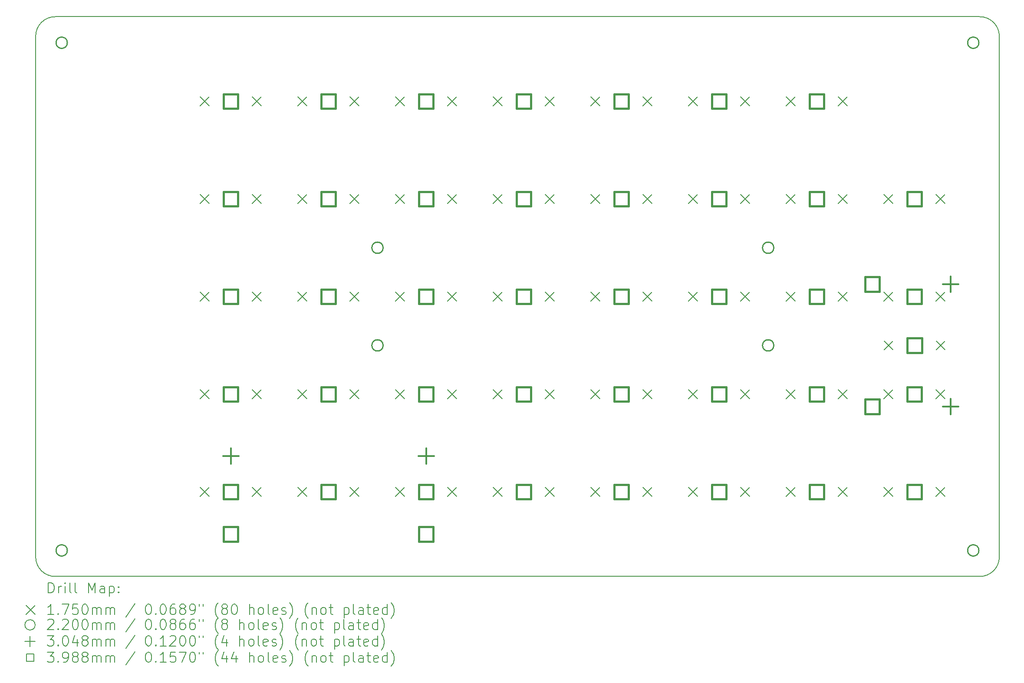
<source format=gbr>
%FSLAX45Y45*%
G04 Gerber Fmt 4.5, Leading zero omitted, Abs format (unit mm)*
G04 Created by KiCad (PCBNEW (6.0.1)) date 2022-04-05 18:46:55*
%MOMM*%
%LPD*%
G01*
G04 APERTURE LIST*
%TA.AperFunction,Profile*%
%ADD10C,0.200000*%
%TD*%
%ADD11C,0.200000*%
%ADD12C,0.175000*%
%ADD13C,0.220000*%
%ADD14C,0.304800*%
%ADD15C,0.398780*%
G04 APERTURE END LIST*
D10*
X26479332Y-4127668D02*
G75*
G03*
X26098332Y-3746668I-381000J0D01*
G01*
X26098332Y-14668332D02*
G75*
G03*
X26479332Y-14287332I0J381000D01*
G01*
X8064668Y-3746668D02*
X26098332Y-3746668D01*
X7683668Y-14287332D02*
X7683668Y-4127668D01*
X26098332Y-14668332D02*
X8064668Y-14668332D01*
X8064668Y-3746668D02*
G75*
G03*
X7683668Y-4127668I0J-381000D01*
G01*
X7683668Y-14287332D02*
G75*
G03*
X8064668Y-14668332I381000J0D01*
G01*
X26479332Y-4127668D02*
X26479332Y-14287332D01*
D11*
D12*
X10895230Y-5310800D02*
X11070230Y-5485800D01*
X11070230Y-5310800D02*
X10895230Y-5485800D01*
X10895230Y-7215800D02*
X11070230Y-7390800D01*
X11070230Y-7215800D02*
X10895230Y-7390800D01*
X10895230Y-9120800D02*
X11070230Y-9295800D01*
X11070230Y-9120800D02*
X10895230Y-9295800D01*
X10895230Y-11025800D02*
X11070230Y-11200800D01*
X11070230Y-11025800D02*
X10895230Y-11200800D01*
X10895230Y-12930800D02*
X11070230Y-13105800D01*
X11070230Y-12930800D02*
X10895230Y-13105800D01*
X11911230Y-5310800D02*
X12086230Y-5485800D01*
X12086230Y-5310800D02*
X11911230Y-5485800D01*
X11911230Y-7215800D02*
X12086230Y-7390800D01*
X12086230Y-7215800D02*
X11911230Y-7390800D01*
X11911230Y-9120800D02*
X12086230Y-9295800D01*
X12086230Y-9120800D02*
X11911230Y-9295800D01*
X11911230Y-11025800D02*
X12086230Y-11200800D01*
X12086230Y-11025800D02*
X11911230Y-11200800D01*
X11911230Y-12930800D02*
X12086230Y-13105800D01*
X12086230Y-12930800D02*
X11911230Y-13105800D01*
X12800230Y-5310800D02*
X12975230Y-5485800D01*
X12975230Y-5310800D02*
X12800230Y-5485800D01*
X12800230Y-7215800D02*
X12975230Y-7390800D01*
X12975230Y-7215800D02*
X12800230Y-7390800D01*
X12800230Y-9120800D02*
X12975230Y-9295800D01*
X12975230Y-9120800D02*
X12800230Y-9295800D01*
X12800230Y-11025800D02*
X12975230Y-11200800D01*
X12975230Y-11025800D02*
X12800230Y-11200800D01*
X12800230Y-12930800D02*
X12975230Y-13105800D01*
X12975230Y-12930800D02*
X12800230Y-13105800D01*
X13816230Y-5310800D02*
X13991230Y-5485800D01*
X13991230Y-5310800D02*
X13816230Y-5485800D01*
X13816230Y-7215800D02*
X13991230Y-7390800D01*
X13991230Y-7215800D02*
X13816230Y-7390800D01*
X13816230Y-9120800D02*
X13991230Y-9295800D01*
X13991230Y-9120800D02*
X13816230Y-9295800D01*
X13816230Y-11025800D02*
X13991230Y-11200800D01*
X13991230Y-11025800D02*
X13816230Y-11200800D01*
X13816230Y-12930800D02*
X13991230Y-13105800D01*
X13991230Y-12930800D02*
X13816230Y-13105800D01*
X14705230Y-5310800D02*
X14880230Y-5485800D01*
X14880230Y-5310800D02*
X14705230Y-5485800D01*
X14705230Y-7215800D02*
X14880230Y-7390800D01*
X14880230Y-7215800D02*
X14705230Y-7390800D01*
X14705230Y-9120800D02*
X14880230Y-9295800D01*
X14880230Y-9120800D02*
X14705230Y-9295800D01*
X14705230Y-11025800D02*
X14880230Y-11200800D01*
X14880230Y-11025800D02*
X14705230Y-11200800D01*
X14705230Y-12930800D02*
X14880230Y-13105800D01*
X14880230Y-12930800D02*
X14705230Y-13105800D01*
X15721230Y-5310800D02*
X15896230Y-5485800D01*
X15896230Y-5310800D02*
X15721230Y-5485800D01*
X15721230Y-7215800D02*
X15896230Y-7390800D01*
X15896230Y-7215800D02*
X15721230Y-7390800D01*
X15721230Y-9120800D02*
X15896230Y-9295800D01*
X15896230Y-9120800D02*
X15721230Y-9295800D01*
X15721230Y-11025800D02*
X15896230Y-11200800D01*
X15896230Y-11025800D02*
X15721230Y-11200800D01*
X15721230Y-12930800D02*
X15896230Y-13105800D01*
X15896230Y-12930800D02*
X15721230Y-13105800D01*
X16610230Y-5310800D02*
X16785230Y-5485800D01*
X16785230Y-5310800D02*
X16610230Y-5485800D01*
X16610230Y-7215800D02*
X16785230Y-7390800D01*
X16785230Y-7215800D02*
X16610230Y-7390800D01*
X16610230Y-9120800D02*
X16785230Y-9295800D01*
X16785230Y-9120800D02*
X16610230Y-9295800D01*
X16610230Y-11025800D02*
X16785230Y-11200800D01*
X16785230Y-11025800D02*
X16610230Y-11200800D01*
X16610230Y-12930800D02*
X16785230Y-13105800D01*
X16785230Y-12930800D02*
X16610230Y-13105800D01*
X17626230Y-5310800D02*
X17801230Y-5485800D01*
X17801230Y-5310800D02*
X17626230Y-5485800D01*
X17626230Y-7215800D02*
X17801230Y-7390800D01*
X17801230Y-7215800D02*
X17626230Y-7390800D01*
X17626230Y-9120800D02*
X17801230Y-9295800D01*
X17801230Y-9120800D02*
X17626230Y-9295800D01*
X17626230Y-11025800D02*
X17801230Y-11200800D01*
X17801230Y-11025800D02*
X17626230Y-11200800D01*
X17626230Y-12930800D02*
X17801230Y-13105800D01*
X17801230Y-12930800D02*
X17626230Y-13105800D01*
X18515230Y-5310800D02*
X18690230Y-5485800D01*
X18690230Y-5310800D02*
X18515230Y-5485800D01*
X18515230Y-7215800D02*
X18690230Y-7390800D01*
X18690230Y-7215800D02*
X18515230Y-7390800D01*
X18515230Y-9120800D02*
X18690230Y-9295800D01*
X18690230Y-9120800D02*
X18515230Y-9295800D01*
X18515230Y-11025800D02*
X18690230Y-11200800D01*
X18690230Y-11025800D02*
X18515230Y-11200800D01*
X18515230Y-12930800D02*
X18690230Y-13105800D01*
X18690230Y-12930800D02*
X18515230Y-13105800D01*
X19531230Y-5310800D02*
X19706230Y-5485800D01*
X19706230Y-5310800D02*
X19531230Y-5485800D01*
X19531230Y-7215800D02*
X19706230Y-7390800D01*
X19706230Y-7215800D02*
X19531230Y-7390800D01*
X19531230Y-9120800D02*
X19706230Y-9295800D01*
X19706230Y-9120800D02*
X19531230Y-9295800D01*
X19531230Y-11025800D02*
X19706230Y-11200800D01*
X19706230Y-11025800D02*
X19531230Y-11200800D01*
X19531230Y-12930800D02*
X19706230Y-13105800D01*
X19706230Y-12930800D02*
X19531230Y-13105800D01*
X20420230Y-5310800D02*
X20595230Y-5485800D01*
X20595230Y-5310800D02*
X20420230Y-5485800D01*
X20420230Y-7215800D02*
X20595230Y-7390800D01*
X20595230Y-7215800D02*
X20420230Y-7390800D01*
X20420230Y-9120800D02*
X20595230Y-9295800D01*
X20595230Y-9120800D02*
X20420230Y-9295800D01*
X20420230Y-11025800D02*
X20595230Y-11200800D01*
X20595230Y-11025800D02*
X20420230Y-11200800D01*
X20420230Y-12930800D02*
X20595230Y-13105800D01*
X20595230Y-12930800D02*
X20420230Y-13105800D01*
X21436230Y-5310800D02*
X21611230Y-5485800D01*
X21611230Y-5310800D02*
X21436230Y-5485800D01*
X21436230Y-7215800D02*
X21611230Y-7390800D01*
X21611230Y-7215800D02*
X21436230Y-7390800D01*
X21436230Y-9120800D02*
X21611230Y-9295800D01*
X21611230Y-9120800D02*
X21436230Y-9295800D01*
X21436230Y-11025800D02*
X21611230Y-11200800D01*
X21611230Y-11025800D02*
X21436230Y-11200800D01*
X21436230Y-12930800D02*
X21611230Y-13105800D01*
X21611230Y-12930800D02*
X21436230Y-13105800D01*
X22325230Y-5310800D02*
X22500230Y-5485800D01*
X22500230Y-5310800D02*
X22325230Y-5485800D01*
X22325230Y-7215800D02*
X22500230Y-7390800D01*
X22500230Y-7215800D02*
X22325230Y-7390800D01*
X22325230Y-9120800D02*
X22500230Y-9295800D01*
X22500230Y-9120800D02*
X22325230Y-9295800D01*
X22325230Y-11025800D02*
X22500230Y-11200800D01*
X22500230Y-11025800D02*
X22325230Y-11200800D01*
X22325230Y-12930800D02*
X22500230Y-13105800D01*
X22500230Y-12930800D02*
X22325230Y-13105800D01*
X23341230Y-5310800D02*
X23516230Y-5485800D01*
X23516230Y-5310800D02*
X23341230Y-5485800D01*
X23341230Y-7215800D02*
X23516230Y-7390800D01*
X23516230Y-7215800D02*
X23341230Y-7390800D01*
X23341230Y-9120800D02*
X23516230Y-9295800D01*
X23516230Y-9120800D02*
X23341230Y-9295800D01*
X23341230Y-11025800D02*
X23516230Y-11200800D01*
X23516230Y-11025800D02*
X23341230Y-11200800D01*
X23341230Y-12930800D02*
X23516230Y-13105800D01*
X23516230Y-12930800D02*
X23341230Y-13105800D01*
X24225730Y-9120800D02*
X24400730Y-9295800D01*
X24400730Y-9120800D02*
X24225730Y-9295800D01*
X24228730Y-11025800D02*
X24403730Y-11200800D01*
X24403730Y-11025800D02*
X24228730Y-11200800D01*
X24230230Y-7215800D02*
X24405230Y-7390800D01*
X24405230Y-7215800D02*
X24230230Y-7390800D01*
X24230230Y-12930800D02*
X24405230Y-13105800D01*
X24405230Y-12930800D02*
X24230230Y-13105800D01*
X24231730Y-10072800D02*
X24406730Y-10247800D01*
X24406730Y-10072800D02*
X24231730Y-10247800D01*
X25241730Y-9120800D02*
X25416730Y-9295800D01*
X25416730Y-9120800D02*
X25241730Y-9295800D01*
X25244730Y-11025800D02*
X25419730Y-11200800D01*
X25419730Y-11025800D02*
X25244730Y-11200800D01*
X25246230Y-7215800D02*
X25421230Y-7390800D01*
X25421230Y-7215800D02*
X25246230Y-7390800D01*
X25246230Y-12930800D02*
X25421230Y-13105800D01*
X25421230Y-12930800D02*
X25246230Y-13105800D01*
X25247730Y-10072800D02*
X25422730Y-10247800D01*
X25422730Y-10072800D02*
X25247730Y-10247800D01*
D13*
X8301500Y-4254500D02*
G75*
G03*
X8301500Y-4254500I-110000J0D01*
G01*
X8301500Y-14160500D02*
G75*
G03*
X8301500Y-14160500I-110000J0D01*
G01*
X14461000Y-8255000D02*
G75*
G03*
X14461000Y-8255000I-110000J0D01*
G01*
X14461000Y-10160000D02*
G75*
G03*
X14461000Y-10160000I-110000J0D01*
G01*
X22081000Y-8255000D02*
G75*
G03*
X22081000Y-8255000I-110000J0D01*
G01*
X22081000Y-10160000D02*
G75*
G03*
X22081000Y-10160000I-110000J0D01*
G01*
X26081500Y-4254500D02*
G75*
G03*
X26081500Y-4254500I-110000J0D01*
G01*
X26081500Y-14160500D02*
G75*
G03*
X26081500Y-14160500I-110000J0D01*
G01*
D14*
X11490730Y-12167400D02*
X11490730Y-12472200D01*
X11338330Y-12319800D02*
X11643130Y-12319800D01*
X15300730Y-12167400D02*
X15300730Y-12472200D01*
X15148330Y-12319800D02*
X15453130Y-12319800D01*
X25525730Y-8814100D02*
X25525730Y-9118900D01*
X25373330Y-8966500D02*
X25678130Y-8966500D01*
X25525730Y-11201700D02*
X25525730Y-11506500D01*
X25373330Y-11354100D02*
X25678130Y-11354100D01*
D15*
X11631721Y-5539291D02*
X11631721Y-5257309D01*
X11349739Y-5257309D01*
X11349739Y-5539291D01*
X11631721Y-5539291D01*
X11631721Y-7444291D02*
X11631721Y-7162309D01*
X11349739Y-7162309D01*
X11349739Y-7444291D01*
X11631721Y-7444291D01*
X11631721Y-9349291D02*
X11631721Y-9067309D01*
X11349739Y-9067309D01*
X11349739Y-9349291D01*
X11631721Y-9349291D01*
X11631721Y-11254291D02*
X11631721Y-10972309D01*
X11349739Y-10972309D01*
X11349739Y-11254291D01*
X11631721Y-11254291D01*
X11631721Y-13159291D02*
X11631721Y-12877309D01*
X11349739Y-12877309D01*
X11349739Y-13159291D01*
X11631721Y-13159291D01*
X11631721Y-13984791D02*
X11631721Y-13702809D01*
X11349739Y-13702809D01*
X11349739Y-13984791D01*
X11631721Y-13984791D01*
X13536721Y-5539291D02*
X13536721Y-5257309D01*
X13254739Y-5257309D01*
X13254739Y-5539291D01*
X13536721Y-5539291D01*
X13536721Y-7444291D02*
X13536721Y-7162309D01*
X13254739Y-7162309D01*
X13254739Y-7444291D01*
X13536721Y-7444291D01*
X13536721Y-9349291D02*
X13536721Y-9067309D01*
X13254739Y-9067309D01*
X13254739Y-9349291D01*
X13536721Y-9349291D01*
X13536721Y-11254291D02*
X13536721Y-10972309D01*
X13254739Y-10972309D01*
X13254739Y-11254291D01*
X13536721Y-11254291D01*
X13536721Y-13159291D02*
X13536721Y-12877309D01*
X13254739Y-12877309D01*
X13254739Y-13159291D01*
X13536721Y-13159291D01*
X15441721Y-5539291D02*
X15441721Y-5257309D01*
X15159739Y-5257309D01*
X15159739Y-5539291D01*
X15441721Y-5539291D01*
X15441721Y-7444291D02*
X15441721Y-7162309D01*
X15159739Y-7162309D01*
X15159739Y-7444291D01*
X15441721Y-7444291D01*
X15441721Y-9349291D02*
X15441721Y-9067309D01*
X15159739Y-9067309D01*
X15159739Y-9349291D01*
X15441721Y-9349291D01*
X15441721Y-11254291D02*
X15441721Y-10972309D01*
X15159739Y-10972309D01*
X15159739Y-11254291D01*
X15441721Y-11254291D01*
X15441721Y-13159291D02*
X15441721Y-12877309D01*
X15159739Y-12877309D01*
X15159739Y-13159291D01*
X15441721Y-13159291D01*
X15441721Y-13984791D02*
X15441721Y-13702809D01*
X15159739Y-13702809D01*
X15159739Y-13984791D01*
X15441721Y-13984791D01*
X17346721Y-5539291D02*
X17346721Y-5257309D01*
X17064739Y-5257309D01*
X17064739Y-5539291D01*
X17346721Y-5539291D01*
X17346721Y-7444291D02*
X17346721Y-7162309D01*
X17064739Y-7162309D01*
X17064739Y-7444291D01*
X17346721Y-7444291D01*
X17346721Y-9349291D02*
X17346721Y-9067309D01*
X17064739Y-9067309D01*
X17064739Y-9349291D01*
X17346721Y-9349291D01*
X17346721Y-11254291D02*
X17346721Y-10972309D01*
X17064739Y-10972309D01*
X17064739Y-11254291D01*
X17346721Y-11254291D01*
X17346721Y-13159291D02*
X17346721Y-12877309D01*
X17064739Y-12877309D01*
X17064739Y-13159291D01*
X17346721Y-13159291D01*
X19251721Y-5539291D02*
X19251721Y-5257309D01*
X18969739Y-5257309D01*
X18969739Y-5539291D01*
X19251721Y-5539291D01*
X19251721Y-7444291D02*
X19251721Y-7162309D01*
X18969739Y-7162309D01*
X18969739Y-7444291D01*
X19251721Y-7444291D01*
X19251721Y-9349291D02*
X19251721Y-9067309D01*
X18969739Y-9067309D01*
X18969739Y-9349291D01*
X19251721Y-9349291D01*
X19251721Y-11254291D02*
X19251721Y-10972309D01*
X18969739Y-10972309D01*
X18969739Y-11254291D01*
X19251721Y-11254291D01*
X19251721Y-13159291D02*
X19251721Y-12877309D01*
X18969739Y-12877309D01*
X18969739Y-13159291D01*
X19251721Y-13159291D01*
X21156721Y-5539291D02*
X21156721Y-5257309D01*
X20874739Y-5257309D01*
X20874739Y-5539291D01*
X21156721Y-5539291D01*
X21156721Y-7444291D02*
X21156721Y-7162309D01*
X20874739Y-7162309D01*
X20874739Y-7444291D01*
X21156721Y-7444291D01*
X21156721Y-9349291D02*
X21156721Y-9067309D01*
X20874739Y-9067309D01*
X20874739Y-9349291D01*
X21156721Y-9349291D01*
X21156721Y-11254291D02*
X21156721Y-10972309D01*
X20874739Y-10972309D01*
X20874739Y-11254291D01*
X21156721Y-11254291D01*
X21156721Y-13159291D02*
X21156721Y-12877309D01*
X20874739Y-12877309D01*
X20874739Y-13159291D01*
X21156721Y-13159291D01*
X23061721Y-5539291D02*
X23061721Y-5257309D01*
X22779739Y-5257309D01*
X22779739Y-5539291D01*
X23061721Y-5539291D01*
X23061721Y-7444291D02*
X23061721Y-7162309D01*
X22779739Y-7162309D01*
X22779739Y-7444291D01*
X23061721Y-7444291D01*
X23061721Y-9349291D02*
X23061721Y-9067309D01*
X22779739Y-9067309D01*
X22779739Y-9349291D01*
X23061721Y-9349291D01*
X23061721Y-11254291D02*
X23061721Y-10972309D01*
X22779739Y-10972309D01*
X22779739Y-11254291D01*
X23061721Y-11254291D01*
X23061721Y-13159291D02*
X23061721Y-12877309D01*
X22779739Y-12877309D01*
X22779739Y-13159291D01*
X23061721Y-13159291D01*
X24142721Y-9107491D02*
X24142721Y-8825509D01*
X23860739Y-8825509D01*
X23860739Y-9107491D01*
X24142721Y-9107491D01*
X24142721Y-11495091D02*
X24142721Y-11213109D01*
X23860739Y-11213109D01*
X23860739Y-11495091D01*
X24142721Y-11495091D01*
X24962221Y-9349291D02*
X24962221Y-9067309D01*
X24680239Y-9067309D01*
X24680239Y-9349291D01*
X24962221Y-9349291D01*
X24965221Y-11254291D02*
X24965221Y-10972309D01*
X24683239Y-10972309D01*
X24683239Y-11254291D01*
X24965221Y-11254291D01*
X24966721Y-7444291D02*
X24966721Y-7162309D01*
X24684739Y-7162309D01*
X24684739Y-7444291D01*
X24966721Y-7444291D01*
X24966721Y-13159291D02*
X24966721Y-12877309D01*
X24684739Y-12877309D01*
X24684739Y-13159291D01*
X24966721Y-13159291D01*
X24968221Y-10301291D02*
X24968221Y-10019309D01*
X24686239Y-10019309D01*
X24686239Y-10301291D01*
X24968221Y-10301291D01*
D11*
X7931287Y-14988808D02*
X7931287Y-14788808D01*
X7978906Y-14788808D01*
X8007477Y-14798332D01*
X8026525Y-14817380D01*
X8036049Y-14836427D01*
X8045572Y-14874523D01*
X8045572Y-14903094D01*
X8036049Y-14941189D01*
X8026525Y-14960237D01*
X8007477Y-14979285D01*
X7978906Y-14988808D01*
X7931287Y-14988808D01*
X8131287Y-14988808D02*
X8131287Y-14855475D01*
X8131287Y-14893570D02*
X8140810Y-14874523D01*
X8150334Y-14864999D01*
X8169382Y-14855475D01*
X8188430Y-14855475D01*
X8255096Y-14988808D02*
X8255096Y-14855475D01*
X8255096Y-14788808D02*
X8245572Y-14798332D01*
X8255096Y-14807856D01*
X8264620Y-14798332D01*
X8255096Y-14788808D01*
X8255096Y-14807856D01*
X8378906Y-14988808D02*
X8359858Y-14979285D01*
X8350334Y-14960237D01*
X8350334Y-14788808D01*
X8483668Y-14988808D02*
X8464620Y-14979285D01*
X8455096Y-14960237D01*
X8455096Y-14788808D01*
X8712239Y-14988808D02*
X8712239Y-14788808D01*
X8778906Y-14931666D01*
X8845572Y-14788808D01*
X8845572Y-14988808D01*
X9026525Y-14988808D02*
X9026525Y-14884046D01*
X9017001Y-14864999D01*
X8997953Y-14855475D01*
X8959858Y-14855475D01*
X8940811Y-14864999D01*
X9026525Y-14979285D02*
X9007477Y-14988808D01*
X8959858Y-14988808D01*
X8940811Y-14979285D01*
X8931287Y-14960237D01*
X8931287Y-14941189D01*
X8940811Y-14922142D01*
X8959858Y-14912618D01*
X9007477Y-14912618D01*
X9026525Y-14903094D01*
X9121763Y-14855475D02*
X9121763Y-15055475D01*
X9121763Y-14864999D02*
X9140811Y-14855475D01*
X9178906Y-14855475D01*
X9197953Y-14864999D01*
X9207477Y-14874523D01*
X9217001Y-14893570D01*
X9217001Y-14950713D01*
X9207477Y-14969761D01*
X9197953Y-14979285D01*
X9178906Y-14988808D01*
X9140811Y-14988808D01*
X9121763Y-14979285D01*
X9302715Y-14969761D02*
X9312239Y-14979285D01*
X9302715Y-14988808D01*
X9293192Y-14979285D01*
X9302715Y-14969761D01*
X9302715Y-14988808D01*
X9302715Y-14864999D02*
X9312239Y-14874523D01*
X9302715Y-14884046D01*
X9293192Y-14874523D01*
X9302715Y-14864999D01*
X9302715Y-14884046D01*
D12*
X7498668Y-15230832D02*
X7673668Y-15405832D01*
X7673668Y-15230832D02*
X7498668Y-15405832D01*
D11*
X8036049Y-15408808D02*
X7921763Y-15408808D01*
X7978906Y-15408808D02*
X7978906Y-15208808D01*
X7959858Y-15237380D01*
X7940810Y-15256427D01*
X7921763Y-15265951D01*
X8121763Y-15389761D02*
X8131287Y-15399285D01*
X8121763Y-15408808D01*
X8112239Y-15399285D01*
X8121763Y-15389761D01*
X8121763Y-15408808D01*
X8197953Y-15208808D02*
X8331287Y-15208808D01*
X8245572Y-15408808D01*
X8502715Y-15208808D02*
X8407477Y-15208808D01*
X8397953Y-15304046D01*
X8407477Y-15294523D01*
X8426525Y-15284999D01*
X8474144Y-15284999D01*
X8493192Y-15294523D01*
X8502715Y-15304046D01*
X8512239Y-15323094D01*
X8512239Y-15370713D01*
X8502715Y-15389761D01*
X8493192Y-15399285D01*
X8474144Y-15408808D01*
X8426525Y-15408808D01*
X8407477Y-15399285D01*
X8397953Y-15389761D01*
X8636049Y-15208808D02*
X8655096Y-15208808D01*
X8674144Y-15218332D01*
X8683668Y-15227856D01*
X8693192Y-15246904D01*
X8702715Y-15284999D01*
X8702715Y-15332618D01*
X8693192Y-15370713D01*
X8683668Y-15389761D01*
X8674144Y-15399285D01*
X8655096Y-15408808D01*
X8636049Y-15408808D01*
X8617001Y-15399285D01*
X8607477Y-15389761D01*
X8597953Y-15370713D01*
X8588430Y-15332618D01*
X8588430Y-15284999D01*
X8597953Y-15246904D01*
X8607477Y-15227856D01*
X8617001Y-15218332D01*
X8636049Y-15208808D01*
X8788430Y-15408808D02*
X8788430Y-15275475D01*
X8788430Y-15294523D02*
X8797953Y-15284999D01*
X8817001Y-15275475D01*
X8845572Y-15275475D01*
X8864620Y-15284999D01*
X8874144Y-15304046D01*
X8874144Y-15408808D01*
X8874144Y-15304046D02*
X8883668Y-15284999D01*
X8902715Y-15275475D01*
X8931287Y-15275475D01*
X8950334Y-15284999D01*
X8959858Y-15304046D01*
X8959858Y-15408808D01*
X9055096Y-15408808D02*
X9055096Y-15275475D01*
X9055096Y-15294523D02*
X9064620Y-15284999D01*
X9083668Y-15275475D01*
X9112239Y-15275475D01*
X9131287Y-15284999D01*
X9140811Y-15304046D01*
X9140811Y-15408808D01*
X9140811Y-15304046D02*
X9150334Y-15284999D01*
X9169382Y-15275475D01*
X9197953Y-15275475D01*
X9217001Y-15284999D01*
X9226525Y-15304046D01*
X9226525Y-15408808D01*
X9617001Y-15199285D02*
X9445572Y-15456427D01*
X9874144Y-15208808D02*
X9893192Y-15208808D01*
X9912239Y-15218332D01*
X9921763Y-15227856D01*
X9931287Y-15246904D01*
X9940811Y-15284999D01*
X9940811Y-15332618D01*
X9931287Y-15370713D01*
X9921763Y-15389761D01*
X9912239Y-15399285D01*
X9893192Y-15408808D01*
X9874144Y-15408808D01*
X9855096Y-15399285D01*
X9845572Y-15389761D01*
X9836049Y-15370713D01*
X9826525Y-15332618D01*
X9826525Y-15284999D01*
X9836049Y-15246904D01*
X9845572Y-15227856D01*
X9855096Y-15218332D01*
X9874144Y-15208808D01*
X10026525Y-15389761D02*
X10036049Y-15399285D01*
X10026525Y-15408808D01*
X10017001Y-15399285D01*
X10026525Y-15389761D01*
X10026525Y-15408808D01*
X10159858Y-15208808D02*
X10178906Y-15208808D01*
X10197953Y-15218332D01*
X10207477Y-15227856D01*
X10217001Y-15246904D01*
X10226525Y-15284999D01*
X10226525Y-15332618D01*
X10217001Y-15370713D01*
X10207477Y-15389761D01*
X10197953Y-15399285D01*
X10178906Y-15408808D01*
X10159858Y-15408808D01*
X10140811Y-15399285D01*
X10131287Y-15389761D01*
X10121763Y-15370713D01*
X10112239Y-15332618D01*
X10112239Y-15284999D01*
X10121763Y-15246904D01*
X10131287Y-15227856D01*
X10140811Y-15218332D01*
X10159858Y-15208808D01*
X10397953Y-15208808D02*
X10359858Y-15208808D01*
X10340811Y-15218332D01*
X10331287Y-15227856D01*
X10312239Y-15256427D01*
X10302715Y-15294523D01*
X10302715Y-15370713D01*
X10312239Y-15389761D01*
X10321763Y-15399285D01*
X10340811Y-15408808D01*
X10378906Y-15408808D01*
X10397953Y-15399285D01*
X10407477Y-15389761D01*
X10417001Y-15370713D01*
X10417001Y-15323094D01*
X10407477Y-15304046D01*
X10397953Y-15294523D01*
X10378906Y-15284999D01*
X10340811Y-15284999D01*
X10321763Y-15294523D01*
X10312239Y-15304046D01*
X10302715Y-15323094D01*
X10531287Y-15294523D02*
X10512239Y-15284999D01*
X10502715Y-15275475D01*
X10493192Y-15256427D01*
X10493192Y-15246904D01*
X10502715Y-15227856D01*
X10512239Y-15218332D01*
X10531287Y-15208808D01*
X10569382Y-15208808D01*
X10588430Y-15218332D01*
X10597953Y-15227856D01*
X10607477Y-15246904D01*
X10607477Y-15256427D01*
X10597953Y-15275475D01*
X10588430Y-15284999D01*
X10569382Y-15294523D01*
X10531287Y-15294523D01*
X10512239Y-15304046D01*
X10502715Y-15313570D01*
X10493192Y-15332618D01*
X10493192Y-15370713D01*
X10502715Y-15389761D01*
X10512239Y-15399285D01*
X10531287Y-15408808D01*
X10569382Y-15408808D01*
X10588430Y-15399285D01*
X10597953Y-15389761D01*
X10607477Y-15370713D01*
X10607477Y-15332618D01*
X10597953Y-15313570D01*
X10588430Y-15304046D01*
X10569382Y-15294523D01*
X10702715Y-15408808D02*
X10740811Y-15408808D01*
X10759858Y-15399285D01*
X10769382Y-15389761D01*
X10788430Y-15361189D01*
X10797953Y-15323094D01*
X10797953Y-15246904D01*
X10788430Y-15227856D01*
X10778906Y-15218332D01*
X10759858Y-15208808D01*
X10721763Y-15208808D01*
X10702715Y-15218332D01*
X10693192Y-15227856D01*
X10683668Y-15246904D01*
X10683668Y-15294523D01*
X10693192Y-15313570D01*
X10702715Y-15323094D01*
X10721763Y-15332618D01*
X10759858Y-15332618D01*
X10778906Y-15323094D01*
X10788430Y-15313570D01*
X10797953Y-15294523D01*
X10874144Y-15208808D02*
X10874144Y-15246904D01*
X10950334Y-15208808D02*
X10950334Y-15246904D01*
X11245572Y-15484999D02*
X11236049Y-15475475D01*
X11217001Y-15446904D01*
X11207477Y-15427856D01*
X11197953Y-15399285D01*
X11188430Y-15351666D01*
X11188430Y-15313570D01*
X11197953Y-15265951D01*
X11207477Y-15237380D01*
X11217001Y-15218332D01*
X11236049Y-15189761D01*
X11245572Y-15180237D01*
X11350334Y-15294523D02*
X11331287Y-15284999D01*
X11321763Y-15275475D01*
X11312239Y-15256427D01*
X11312239Y-15246904D01*
X11321763Y-15227856D01*
X11331287Y-15218332D01*
X11350334Y-15208808D01*
X11388430Y-15208808D01*
X11407477Y-15218332D01*
X11417001Y-15227856D01*
X11426525Y-15246904D01*
X11426525Y-15256427D01*
X11417001Y-15275475D01*
X11407477Y-15284999D01*
X11388430Y-15294523D01*
X11350334Y-15294523D01*
X11331287Y-15304046D01*
X11321763Y-15313570D01*
X11312239Y-15332618D01*
X11312239Y-15370713D01*
X11321763Y-15389761D01*
X11331287Y-15399285D01*
X11350334Y-15408808D01*
X11388430Y-15408808D01*
X11407477Y-15399285D01*
X11417001Y-15389761D01*
X11426525Y-15370713D01*
X11426525Y-15332618D01*
X11417001Y-15313570D01*
X11407477Y-15304046D01*
X11388430Y-15294523D01*
X11550334Y-15208808D02*
X11569382Y-15208808D01*
X11588430Y-15218332D01*
X11597953Y-15227856D01*
X11607477Y-15246904D01*
X11617001Y-15284999D01*
X11617001Y-15332618D01*
X11607477Y-15370713D01*
X11597953Y-15389761D01*
X11588430Y-15399285D01*
X11569382Y-15408808D01*
X11550334Y-15408808D01*
X11531287Y-15399285D01*
X11521763Y-15389761D01*
X11512239Y-15370713D01*
X11502715Y-15332618D01*
X11502715Y-15284999D01*
X11512239Y-15246904D01*
X11521763Y-15227856D01*
X11531287Y-15218332D01*
X11550334Y-15208808D01*
X11855096Y-15408808D02*
X11855096Y-15208808D01*
X11940810Y-15408808D02*
X11940810Y-15304046D01*
X11931287Y-15284999D01*
X11912239Y-15275475D01*
X11883668Y-15275475D01*
X11864620Y-15284999D01*
X11855096Y-15294523D01*
X12064620Y-15408808D02*
X12045572Y-15399285D01*
X12036049Y-15389761D01*
X12026525Y-15370713D01*
X12026525Y-15313570D01*
X12036049Y-15294523D01*
X12045572Y-15284999D01*
X12064620Y-15275475D01*
X12093191Y-15275475D01*
X12112239Y-15284999D01*
X12121763Y-15294523D01*
X12131287Y-15313570D01*
X12131287Y-15370713D01*
X12121763Y-15389761D01*
X12112239Y-15399285D01*
X12093191Y-15408808D01*
X12064620Y-15408808D01*
X12245572Y-15408808D02*
X12226525Y-15399285D01*
X12217001Y-15380237D01*
X12217001Y-15208808D01*
X12397953Y-15399285D02*
X12378906Y-15408808D01*
X12340810Y-15408808D01*
X12321763Y-15399285D01*
X12312239Y-15380237D01*
X12312239Y-15304046D01*
X12321763Y-15284999D01*
X12340810Y-15275475D01*
X12378906Y-15275475D01*
X12397953Y-15284999D01*
X12407477Y-15304046D01*
X12407477Y-15323094D01*
X12312239Y-15342142D01*
X12483668Y-15399285D02*
X12502715Y-15408808D01*
X12540810Y-15408808D01*
X12559858Y-15399285D01*
X12569382Y-15380237D01*
X12569382Y-15370713D01*
X12559858Y-15351666D01*
X12540810Y-15342142D01*
X12512239Y-15342142D01*
X12493191Y-15332618D01*
X12483668Y-15313570D01*
X12483668Y-15304046D01*
X12493191Y-15284999D01*
X12512239Y-15275475D01*
X12540810Y-15275475D01*
X12559858Y-15284999D01*
X12636049Y-15484999D02*
X12645572Y-15475475D01*
X12664620Y-15446904D01*
X12674144Y-15427856D01*
X12683668Y-15399285D01*
X12693191Y-15351666D01*
X12693191Y-15313570D01*
X12683668Y-15265951D01*
X12674144Y-15237380D01*
X12664620Y-15218332D01*
X12645572Y-15189761D01*
X12636049Y-15180237D01*
X12997953Y-15484999D02*
X12988430Y-15475475D01*
X12969382Y-15446904D01*
X12959858Y-15427856D01*
X12950334Y-15399285D01*
X12940810Y-15351666D01*
X12940810Y-15313570D01*
X12950334Y-15265951D01*
X12959858Y-15237380D01*
X12969382Y-15218332D01*
X12988430Y-15189761D01*
X12997953Y-15180237D01*
X13074144Y-15275475D02*
X13074144Y-15408808D01*
X13074144Y-15294523D02*
X13083668Y-15284999D01*
X13102715Y-15275475D01*
X13131287Y-15275475D01*
X13150334Y-15284999D01*
X13159858Y-15304046D01*
X13159858Y-15408808D01*
X13283668Y-15408808D02*
X13264620Y-15399285D01*
X13255096Y-15389761D01*
X13245572Y-15370713D01*
X13245572Y-15313570D01*
X13255096Y-15294523D01*
X13264620Y-15284999D01*
X13283668Y-15275475D01*
X13312239Y-15275475D01*
X13331287Y-15284999D01*
X13340810Y-15294523D01*
X13350334Y-15313570D01*
X13350334Y-15370713D01*
X13340810Y-15389761D01*
X13331287Y-15399285D01*
X13312239Y-15408808D01*
X13283668Y-15408808D01*
X13407477Y-15275475D02*
X13483668Y-15275475D01*
X13436049Y-15208808D02*
X13436049Y-15380237D01*
X13445572Y-15399285D01*
X13464620Y-15408808D01*
X13483668Y-15408808D01*
X13702715Y-15275475D02*
X13702715Y-15475475D01*
X13702715Y-15284999D02*
X13721763Y-15275475D01*
X13759858Y-15275475D01*
X13778906Y-15284999D01*
X13788430Y-15294523D01*
X13797953Y-15313570D01*
X13797953Y-15370713D01*
X13788430Y-15389761D01*
X13778906Y-15399285D01*
X13759858Y-15408808D01*
X13721763Y-15408808D01*
X13702715Y-15399285D01*
X13912239Y-15408808D02*
X13893191Y-15399285D01*
X13883668Y-15380237D01*
X13883668Y-15208808D01*
X14074144Y-15408808D02*
X14074144Y-15304046D01*
X14064620Y-15284999D01*
X14045572Y-15275475D01*
X14007477Y-15275475D01*
X13988430Y-15284999D01*
X14074144Y-15399285D02*
X14055096Y-15408808D01*
X14007477Y-15408808D01*
X13988430Y-15399285D01*
X13978906Y-15380237D01*
X13978906Y-15361189D01*
X13988430Y-15342142D01*
X14007477Y-15332618D01*
X14055096Y-15332618D01*
X14074144Y-15323094D01*
X14140810Y-15275475D02*
X14217001Y-15275475D01*
X14169382Y-15208808D02*
X14169382Y-15380237D01*
X14178906Y-15399285D01*
X14197953Y-15408808D01*
X14217001Y-15408808D01*
X14359858Y-15399285D02*
X14340810Y-15408808D01*
X14302715Y-15408808D01*
X14283668Y-15399285D01*
X14274144Y-15380237D01*
X14274144Y-15304046D01*
X14283668Y-15284999D01*
X14302715Y-15275475D01*
X14340810Y-15275475D01*
X14359858Y-15284999D01*
X14369382Y-15304046D01*
X14369382Y-15323094D01*
X14274144Y-15342142D01*
X14540810Y-15408808D02*
X14540810Y-15208808D01*
X14540810Y-15399285D02*
X14521763Y-15408808D01*
X14483668Y-15408808D01*
X14464620Y-15399285D01*
X14455096Y-15389761D01*
X14445572Y-15370713D01*
X14445572Y-15313570D01*
X14455096Y-15294523D01*
X14464620Y-15284999D01*
X14483668Y-15275475D01*
X14521763Y-15275475D01*
X14540810Y-15284999D01*
X14617001Y-15484999D02*
X14626525Y-15475475D01*
X14645572Y-15446904D01*
X14655096Y-15427856D01*
X14664620Y-15399285D01*
X14674144Y-15351666D01*
X14674144Y-15313570D01*
X14664620Y-15265951D01*
X14655096Y-15237380D01*
X14645572Y-15218332D01*
X14626525Y-15189761D01*
X14617001Y-15180237D01*
X7673668Y-15613332D02*
G75*
G03*
X7673668Y-15613332I-100000J0D01*
G01*
X7921763Y-15522856D02*
X7931287Y-15513332D01*
X7950334Y-15503808D01*
X7997953Y-15503808D01*
X8017001Y-15513332D01*
X8026525Y-15522856D01*
X8036049Y-15541904D01*
X8036049Y-15560951D01*
X8026525Y-15589523D01*
X7912239Y-15703808D01*
X8036049Y-15703808D01*
X8121763Y-15684761D02*
X8131287Y-15694285D01*
X8121763Y-15703808D01*
X8112239Y-15694285D01*
X8121763Y-15684761D01*
X8121763Y-15703808D01*
X8207477Y-15522856D02*
X8217001Y-15513332D01*
X8236049Y-15503808D01*
X8283668Y-15503808D01*
X8302715Y-15513332D01*
X8312239Y-15522856D01*
X8321763Y-15541904D01*
X8321763Y-15560951D01*
X8312239Y-15589523D01*
X8197953Y-15703808D01*
X8321763Y-15703808D01*
X8445572Y-15503808D02*
X8464620Y-15503808D01*
X8483668Y-15513332D01*
X8493192Y-15522856D01*
X8502715Y-15541904D01*
X8512239Y-15579999D01*
X8512239Y-15627618D01*
X8502715Y-15665713D01*
X8493192Y-15684761D01*
X8483668Y-15694285D01*
X8464620Y-15703808D01*
X8445572Y-15703808D01*
X8426525Y-15694285D01*
X8417001Y-15684761D01*
X8407477Y-15665713D01*
X8397953Y-15627618D01*
X8397953Y-15579999D01*
X8407477Y-15541904D01*
X8417001Y-15522856D01*
X8426525Y-15513332D01*
X8445572Y-15503808D01*
X8636049Y-15503808D02*
X8655096Y-15503808D01*
X8674144Y-15513332D01*
X8683668Y-15522856D01*
X8693192Y-15541904D01*
X8702715Y-15579999D01*
X8702715Y-15627618D01*
X8693192Y-15665713D01*
X8683668Y-15684761D01*
X8674144Y-15694285D01*
X8655096Y-15703808D01*
X8636049Y-15703808D01*
X8617001Y-15694285D01*
X8607477Y-15684761D01*
X8597953Y-15665713D01*
X8588430Y-15627618D01*
X8588430Y-15579999D01*
X8597953Y-15541904D01*
X8607477Y-15522856D01*
X8617001Y-15513332D01*
X8636049Y-15503808D01*
X8788430Y-15703808D02*
X8788430Y-15570475D01*
X8788430Y-15589523D02*
X8797953Y-15579999D01*
X8817001Y-15570475D01*
X8845572Y-15570475D01*
X8864620Y-15579999D01*
X8874144Y-15599046D01*
X8874144Y-15703808D01*
X8874144Y-15599046D02*
X8883668Y-15579999D01*
X8902715Y-15570475D01*
X8931287Y-15570475D01*
X8950334Y-15579999D01*
X8959858Y-15599046D01*
X8959858Y-15703808D01*
X9055096Y-15703808D02*
X9055096Y-15570475D01*
X9055096Y-15589523D02*
X9064620Y-15579999D01*
X9083668Y-15570475D01*
X9112239Y-15570475D01*
X9131287Y-15579999D01*
X9140811Y-15599046D01*
X9140811Y-15703808D01*
X9140811Y-15599046D02*
X9150334Y-15579999D01*
X9169382Y-15570475D01*
X9197953Y-15570475D01*
X9217001Y-15579999D01*
X9226525Y-15599046D01*
X9226525Y-15703808D01*
X9617001Y-15494285D02*
X9445572Y-15751427D01*
X9874144Y-15503808D02*
X9893192Y-15503808D01*
X9912239Y-15513332D01*
X9921763Y-15522856D01*
X9931287Y-15541904D01*
X9940811Y-15579999D01*
X9940811Y-15627618D01*
X9931287Y-15665713D01*
X9921763Y-15684761D01*
X9912239Y-15694285D01*
X9893192Y-15703808D01*
X9874144Y-15703808D01*
X9855096Y-15694285D01*
X9845572Y-15684761D01*
X9836049Y-15665713D01*
X9826525Y-15627618D01*
X9826525Y-15579999D01*
X9836049Y-15541904D01*
X9845572Y-15522856D01*
X9855096Y-15513332D01*
X9874144Y-15503808D01*
X10026525Y-15684761D02*
X10036049Y-15694285D01*
X10026525Y-15703808D01*
X10017001Y-15694285D01*
X10026525Y-15684761D01*
X10026525Y-15703808D01*
X10159858Y-15503808D02*
X10178906Y-15503808D01*
X10197953Y-15513332D01*
X10207477Y-15522856D01*
X10217001Y-15541904D01*
X10226525Y-15579999D01*
X10226525Y-15627618D01*
X10217001Y-15665713D01*
X10207477Y-15684761D01*
X10197953Y-15694285D01*
X10178906Y-15703808D01*
X10159858Y-15703808D01*
X10140811Y-15694285D01*
X10131287Y-15684761D01*
X10121763Y-15665713D01*
X10112239Y-15627618D01*
X10112239Y-15579999D01*
X10121763Y-15541904D01*
X10131287Y-15522856D01*
X10140811Y-15513332D01*
X10159858Y-15503808D01*
X10340811Y-15589523D02*
X10321763Y-15579999D01*
X10312239Y-15570475D01*
X10302715Y-15551427D01*
X10302715Y-15541904D01*
X10312239Y-15522856D01*
X10321763Y-15513332D01*
X10340811Y-15503808D01*
X10378906Y-15503808D01*
X10397953Y-15513332D01*
X10407477Y-15522856D01*
X10417001Y-15541904D01*
X10417001Y-15551427D01*
X10407477Y-15570475D01*
X10397953Y-15579999D01*
X10378906Y-15589523D01*
X10340811Y-15589523D01*
X10321763Y-15599046D01*
X10312239Y-15608570D01*
X10302715Y-15627618D01*
X10302715Y-15665713D01*
X10312239Y-15684761D01*
X10321763Y-15694285D01*
X10340811Y-15703808D01*
X10378906Y-15703808D01*
X10397953Y-15694285D01*
X10407477Y-15684761D01*
X10417001Y-15665713D01*
X10417001Y-15627618D01*
X10407477Y-15608570D01*
X10397953Y-15599046D01*
X10378906Y-15589523D01*
X10588430Y-15503808D02*
X10550334Y-15503808D01*
X10531287Y-15513332D01*
X10521763Y-15522856D01*
X10502715Y-15551427D01*
X10493192Y-15589523D01*
X10493192Y-15665713D01*
X10502715Y-15684761D01*
X10512239Y-15694285D01*
X10531287Y-15703808D01*
X10569382Y-15703808D01*
X10588430Y-15694285D01*
X10597953Y-15684761D01*
X10607477Y-15665713D01*
X10607477Y-15618094D01*
X10597953Y-15599046D01*
X10588430Y-15589523D01*
X10569382Y-15579999D01*
X10531287Y-15579999D01*
X10512239Y-15589523D01*
X10502715Y-15599046D01*
X10493192Y-15618094D01*
X10778906Y-15503808D02*
X10740811Y-15503808D01*
X10721763Y-15513332D01*
X10712239Y-15522856D01*
X10693192Y-15551427D01*
X10683668Y-15589523D01*
X10683668Y-15665713D01*
X10693192Y-15684761D01*
X10702715Y-15694285D01*
X10721763Y-15703808D01*
X10759858Y-15703808D01*
X10778906Y-15694285D01*
X10788430Y-15684761D01*
X10797953Y-15665713D01*
X10797953Y-15618094D01*
X10788430Y-15599046D01*
X10778906Y-15589523D01*
X10759858Y-15579999D01*
X10721763Y-15579999D01*
X10702715Y-15589523D01*
X10693192Y-15599046D01*
X10683668Y-15618094D01*
X10874144Y-15503808D02*
X10874144Y-15541904D01*
X10950334Y-15503808D02*
X10950334Y-15541904D01*
X11245572Y-15779999D02*
X11236049Y-15770475D01*
X11217001Y-15741904D01*
X11207477Y-15722856D01*
X11197953Y-15694285D01*
X11188430Y-15646666D01*
X11188430Y-15608570D01*
X11197953Y-15560951D01*
X11207477Y-15532380D01*
X11217001Y-15513332D01*
X11236049Y-15484761D01*
X11245572Y-15475237D01*
X11350334Y-15589523D02*
X11331287Y-15579999D01*
X11321763Y-15570475D01*
X11312239Y-15551427D01*
X11312239Y-15541904D01*
X11321763Y-15522856D01*
X11331287Y-15513332D01*
X11350334Y-15503808D01*
X11388430Y-15503808D01*
X11407477Y-15513332D01*
X11417001Y-15522856D01*
X11426525Y-15541904D01*
X11426525Y-15551427D01*
X11417001Y-15570475D01*
X11407477Y-15579999D01*
X11388430Y-15589523D01*
X11350334Y-15589523D01*
X11331287Y-15599046D01*
X11321763Y-15608570D01*
X11312239Y-15627618D01*
X11312239Y-15665713D01*
X11321763Y-15684761D01*
X11331287Y-15694285D01*
X11350334Y-15703808D01*
X11388430Y-15703808D01*
X11407477Y-15694285D01*
X11417001Y-15684761D01*
X11426525Y-15665713D01*
X11426525Y-15627618D01*
X11417001Y-15608570D01*
X11407477Y-15599046D01*
X11388430Y-15589523D01*
X11664620Y-15703808D02*
X11664620Y-15503808D01*
X11750334Y-15703808D02*
X11750334Y-15599046D01*
X11740810Y-15579999D01*
X11721763Y-15570475D01*
X11693191Y-15570475D01*
X11674144Y-15579999D01*
X11664620Y-15589523D01*
X11874144Y-15703808D02*
X11855096Y-15694285D01*
X11845572Y-15684761D01*
X11836049Y-15665713D01*
X11836049Y-15608570D01*
X11845572Y-15589523D01*
X11855096Y-15579999D01*
X11874144Y-15570475D01*
X11902715Y-15570475D01*
X11921763Y-15579999D01*
X11931287Y-15589523D01*
X11940810Y-15608570D01*
X11940810Y-15665713D01*
X11931287Y-15684761D01*
X11921763Y-15694285D01*
X11902715Y-15703808D01*
X11874144Y-15703808D01*
X12055096Y-15703808D02*
X12036049Y-15694285D01*
X12026525Y-15675237D01*
X12026525Y-15503808D01*
X12207477Y-15694285D02*
X12188430Y-15703808D01*
X12150334Y-15703808D01*
X12131287Y-15694285D01*
X12121763Y-15675237D01*
X12121763Y-15599046D01*
X12131287Y-15579999D01*
X12150334Y-15570475D01*
X12188430Y-15570475D01*
X12207477Y-15579999D01*
X12217001Y-15599046D01*
X12217001Y-15618094D01*
X12121763Y-15637142D01*
X12293191Y-15694285D02*
X12312239Y-15703808D01*
X12350334Y-15703808D01*
X12369382Y-15694285D01*
X12378906Y-15675237D01*
X12378906Y-15665713D01*
X12369382Y-15646666D01*
X12350334Y-15637142D01*
X12321763Y-15637142D01*
X12302715Y-15627618D01*
X12293191Y-15608570D01*
X12293191Y-15599046D01*
X12302715Y-15579999D01*
X12321763Y-15570475D01*
X12350334Y-15570475D01*
X12369382Y-15579999D01*
X12445572Y-15779999D02*
X12455096Y-15770475D01*
X12474144Y-15741904D01*
X12483668Y-15722856D01*
X12493191Y-15694285D01*
X12502715Y-15646666D01*
X12502715Y-15608570D01*
X12493191Y-15560951D01*
X12483668Y-15532380D01*
X12474144Y-15513332D01*
X12455096Y-15484761D01*
X12445572Y-15475237D01*
X12807477Y-15779999D02*
X12797953Y-15770475D01*
X12778906Y-15741904D01*
X12769382Y-15722856D01*
X12759858Y-15694285D01*
X12750334Y-15646666D01*
X12750334Y-15608570D01*
X12759858Y-15560951D01*
X12769382Y-15532380D01*
X12778906Y-15513332D01*
X12797953Y-15484761D01*
X12807477Y-15475237D01*
X12883668Y-15570475D02*
X12883668Y-15703808D01*
X12883668Y-15589523D02*
X12893191Y-15579999D01*
X12912239Y-15570475D01*
X12940810Y-15570475D01*
X12959858Y-15579999D01*
X12969382Y-15599046D01*
X12969382Y-15703808D01*
X13093191Y-15703808D02*
X13074144Y-15694285D01*
X13064620Y-15684761D01*
X13055096Y-15665713D01*
X13055096Y-15608570D01*
X13064620Y-15589523D01*
X13074144Y-15579999D01*
X13093191Y-15570475D01*
X13121763Y-15570475D01*
X13140810Y-15579999D01*
X13150334Y-15589523D01*
X13159858Y-15608570D01*
X13159858Y-15665713D01*
X13150334Y-15684761D01*
X13140810Y-15694285D01*
X13121763Y-15703808D01*
X13093191Y-15703808D01*
X13217001Y-15570475D02*
X13293191Y-15570475D01*
X13245572Y-15503808D02*
X13245572Y-15675237D01*
X13255096Y-15694285D01*
X13274144Y-15703808D01*
X13293191Y-15703808D01*
X13512239Y-15570475D02*
X13512239Y-15770475D01*
X13512239Y-15579999D02*
X13531287Y-15570475D01*
X13569382Y-15570475D01*
X13588430Y-15579999D01*
X13597953Y-15589523D01*
X13607477Y-15608570D01*
X13607477Y-15665713D01*
X13597953Y-15684761D01*
X13588430Y-15694285D01*
X13569382Y-15703808D01*
X13531287Y-15703808D01*
X13512239Y-15694285D01*
X13721763Y-15703808D02*
X13702715Y-15694285D01*
X13693191Y-15675237D01*
X13693191Y-15503808D01*
X13883668Y-15703808D02*
X13883668Y-15599046D01*
X13874144Y-15579999D01*
X13855096Y-15570475D01*
X13817001Y-15570475D01*
X13797953Y-15579999D01*
X13883668Y-15694285D02*
X13864620Y-15703808D01*
X13817001Y-15703808D01*
X13797953Y-15694285D01*
X13788430Y-15675237D01*
X13788430Y-15656189D01*
X13797953Y-15637142D01*
X13817001Y-15627618D01*
X13864620Y-15627618D01*
X13883668Y-15618094D01*
X13950334Y-15570475D02*
X14026525Y-15570475D01*
X13978906Y-15503808D02*
X13978906Y-15675237D01*
X13988430Y-15694285D01*
X14007477Y-15703808D01*
X14026525Y-15703808D01*
X14169382Y-15694285D02*
X14150334Y-15703808D01*
X14112239Y-15703808D01*
X14093191Y-15694285D01*
X14083668Y-15675237D01*
X14083668Y-15599046D01*
X14093191Y-15579999D01*
X14112239Y-15570475D01*
X14150334Y-15570475D01*
X14169382Y-15579999D01*
X14178906Y-15599046D01*
X14178906Y-15618094D01*
X14083668Y-15637142D01*
X14350334Y-15703808D02*
X14350334Y-15503808D01*
X14350334Y-15694285D02*
X14331287Y-15703808D01*
X14293191Y-15703808D01*
X14274144Y-15694285D01*
X14264620Y-15684761D01*
X14255096Y-15665713D01*
X14255096Y-15608570D01*
X14264620Y-15589523D01*
X14274144Y-15579999D01*
X14293191Y-15570475D01*
X14331287Y-15570475D01*
X14350334Y-15579999D01*
X14426525Y-15779999D02*
X14436049Y-15770475D01*
X14455096Y-15741904D01*
X14464620Y-15722856D01*
X14474144Y-15694285D01*
X14483668Y-15646666D01*
X14483668Y-15608570D01*
X14474144Y-15560951D01*
X14464620Y-15532380D01*
X14455096Y-15513332D01*
X14436049Y-15484761D01*
X14426525Y-15475237D01*
X7573668Y-15833332D02*
X7573668Y-16033332D01*
X7473668Y-15933332D02*
X7673668Y-15933332D01*
X7912239Y-15823808D02*
X8036049Y-15823808D01*
X7969382Y-15899999D01*
X7997953Y-15899999D01*
X8017001Y-15909523D01*
X8026525Y-15919046D01*
X8036049Y-15938094D01*
X8036049Y-15985713D01*
X8026525Y-16004761D01*
X8017001Y-16014285D01*
X7997953Y-16023808D01*
X7940810Y-16023808D01*
X7921763Y-16014285D01*
X7912239Y-16004761D01*
X8121763Y-16004761D02*
X8131287Y-16014285D01*
X8121763Y-16023808D01*
X8112239Y-16014285D01*
X8121763Y-16004761D01*
X8121763Y-16023808D01*
X8255096Y-15823808D02*
X8274144Y-15823808D01*
X8293191Y-15833332D01*
X8302715Y-15842856D01*
X8312239Y-15861904D01*
X8321763Y-15899999D01*
X8321763Y-15947618D01*
X8312239Y-15985713D01*
X8302715Y-16004761D01*
X8293191Y-16014285D01*
X8274144Y-16023808D01*
X8255096Y-16023808D01*
X8236049Y-16014285D01*
X8226525Y-16004761D01*
X8217001Y-15985713D01*
X8207477Y-15947618D01*
X8207477Y-15899999D01*
X8217001Y-15861904D01*
X8226525Y-15842856D01*
X8236049Y-15833332D01*
X8255096Y-15823808D01*
X8493192Y-15890475D02*
X8493192Y-16023808D01*
X8445572Y-15814285D02*
X8397953Y-15957142D01*
X8521763Y-15957142D01*
X8626525Y-15909523D02*
X8607477Y-15899999D01*
X8597953Y-15890475D01*
X8588430Y-15871427D01*
X8588430Y-15861904D01*
X8597953Y-15842856D01*
X8607477Y-15833332D01*
X8626525Y-15823808D01*
X8664620Y-15823808D01*
X8683668Y-15833332D01*
X8693192Y-15842856D01*
X8702715Y-15861904D01*
X8702715Y-15871427D01*
X8693192Y-15890475D01*
X8683668Y-15899999D01*
X8664620Y-15909523D01*
X8626525Y-15909523D01*
X8607477Y-15919046D01*
X8597953Y-15928570D01*
X8588430Y-15947618D01*
X8588430Y-15985713D01*
X8597953Y-16004761D01*
X8607477Y-16014285D01*
X8626525Y-16023808D01*
X8664620Y-16023808D01*
X8683668Y-16014285D01*
X8693192Y-16004761D01*
X8702715Y-15985713D01*
X8702715Y-15947618D01*
X8693192Y-15928570D01*
X8683668Y-15919046D01*
X8664620Y-15909523D01*
X8788430Y-16023808D02*
X8788430Y-15890475D01*
X8788430Y-15909523D02*
X8797953Y-15899999D01*
X8817001Y-15890475D01*
X8845572Y-15890475D01*
X8864620Y-15899999D01*
X8874144Y-15919046D01*
X8874144Y-16023808D01*
X8874144Y-15919046D02*
X8883668Y-15899999D01*
X8902715Y-15890475D01*
X8931287Y-15890475D01*
X8950334Y-15899999D01*
X8959858Y-15919046D01*
X8959858Y-16023808D01*
X9055096Y-16023808D02*
X9055096Y-15890475D01*
X9055096Y-15909523D02*
X9064620Y-15899999D01*
X9083668Y-15890475D01*
X9112239Y-15890475D01*
X9131287Y-15899999D01*
X9140811Y-15919046D01*
X9140811Y-16023808D01*
X9140811Y-15919046D02*
X9150334Y-15899999D01*
X9169382Y-15890475D01*
X9197953Y-15890475D01*
X9217001Y-15899999D01*
X9226525Y-15919046D01*
X9226525Y-16023808D01*
X9617001Y-15814285D02*
X9445572Y-16071427D01*
X9874144Y-15823808D02*
X9893192Y-15823808D01*
X9912239Y-15833332D01*
X9921763Y-15842856D01*
X9931287Y-15861904D01*
X9940811Y-15899999D01*
X9940811Y-15947618D01*
X9931287Y-15985713D01*
X9921763Y-16004761D01*
X9912239Y-16014285D01*
X9893192Y-16023808D01*
X9874144Y-16023808D01*
X9855096Y-16014285D01*
X9845572Y-16004761D01*
X9836049Y-15985713D01*
X9826525Y-15947618D01*
X9826525Y-15899999D01*
X9836049Y-15861904D01*
X9845572Y-15842856D01*
X9855096Y-15833332D01*
X9874144Y-15823808D01*
X10026525Y-16004761D02*
X10036049Y-16014285D01*
X10026525Y-16023808D01*
X10017001Y-16014285D01*
X10026525Y-16004761D01*
X10026525Y-16023808D01*
X10226525Y-16023808D02*
X10112239Y-16023808D01*
X10169382Y-16023808D02*
X10169382Y-15823808D01*
X10150334Y-15852380D01*
X10131287Y-15871427D01*
X10112239Y-15880951D01*
X10302715Y-15842856D02*
X10312239Y-15833332D01*
X10331287Y-15823808D01*
X10378906Y-15823808D01*
X10397953Y-15833332D01*
X10407477Y-15842856D01*
X10417001Y-15861904D01*
X10417001Y-15880951D01*
X10407477Y-15909523D01*
X10293192Y-16023808D01*
X10417001Y-16023808D01*
X10540811Y-15823808D02*
X10559858Y-15823808D01*
X10578906Y-15833332D01*
X10588430Y-15842856D01*
X10597953Y-15861904D01*
X10607477Y-15899999D01*
X10607477Y-15947618D01*
X10597953Y-15985713D01*
X10588430Y-16004761D01*
X10578906Y-16014285D01*
X10559858Y-16023808D01*
X10540811Y-16023808D01*
X10521763Y-16014285D01*
X10512239Y-16004761D01*
X10502715Y-15985713D01*
X10493192Y-15947618D01*
X10493192Y-15899999D01*
X10502715Y-15861904D01*
X10512239Y-15842856D01*
X10521763Y-15833332D01*
X10540811Y-15823808D01*
X10731287Y-15823808D02*
X10750334Y-15823808D01*
X10769382Y-15833332D01*
X10778906Y-15842856D01*
X10788430Y-15861904D01*
X10797953Y-15899999D01*
X10797953Y-15947618D01*
X10788430Y-15985713D01*
X10778906Y-16004761D01*
X10769382Y-16014285D01*
X10750334Y-16023808D01*
X10731287Y-16023808D01*
X10712239Y-16014285D01*
X10702715Y-16004761D01*
X10693192Y-15985713D01*
X10683668Y-15947618D01*
X10683668Y-15899999D01*
X10693192Y-15861904D01*
X10702715Y-15842856D01*
X10712239Y-15833332D01*
X10731287Y-15823808D01*
X10874144Y-15823808D02*
X10874144Y-15861904D01*
X10950334Y-15823808D02*
X10950334Y-15861904D01*
X11245572Y-16099999D02*
X11236049Y-16090475D01*
X11217001Y-16061904D01*
X11207477Y-16042856D01*
X11197953Y-16014285D01*
X11188430Y-15966666D01*
X11188430Y-15928570D01*
X11197953Y-15880951D01*
X11207477Y-15852380D01*
X11217001Y-15833332D01*
X11236049Y-15804761D01*
X11245572Y-15795237D01*
X11407477Y-15890475D02*
X11407477Y-16023808D01*
X11359858Y-15814285D02*
X11312239Y-15957142D01*
X11436049Y-15957142D01*
X11664620Y-16023808D02*
X11664620Y-15823808D01*
X11750334Y-16023808D02*
X11750334Y-15919046D01*
X11740810Y-15899999D01*
X11721763Y-15890475D01*
X11693191Y-15890475D01*
X11674144Y-15899999D01*
X11664620Y-15909523D01*
X11874144Y-16023808D02*
X11855096Y-16014285D01*
X11845572Y-16004761D01*
X11836049Y-15985713D01*
X11836049Y-15928570D01*
X11845572Y-15909523D01*
X11855096Y-15899999D01*
X11874144Y-15890475D01*
X11902715Y-15890475D01*
X11921763Y-15899999D01*
X11931287Y-15909523D01*
X11940810Y-15928570D01*
X11940810Y-15985713D01*
X11931287Y-16004761D01*
X11921763Y-16014285D01*
X11902715Y-16023808D01*
X11874144Y-16023808D01*
X12055096Y-16023808D02*
X12036049Y-16014285D01*
X12026525Y-15995237D01*
X12026525Y-15823808D01*
X12207477Y-16014285D02*
X12188430Y-16023808D01*
X12150334Y-16023808D01*
X12131287Y-16014285D01*
X12121763Y-15995237D01*
X12121763Y-15919046D01*
X12131287Y-15899999D01*
X12150334Y-15890475D01*
X12188430Y-15890475D01*
X12207477Y-15899999D01*
X12217001Y-15919046D01*
X12217001Y-15938094D01*
X12121763Y-15957142D01*
X12293191Y-16014285D02*
X12312239Y-16023808D01*
X12350334Y-16023808D01*
X12369382Y-16014285D01*
X12378906Y-15995237D01*
X12378906Y-15985713D01*
X12369382Y-15966666D01*
X12350334Y-15957142D01*
X12321763Y-15957142D01*
X12302715Y-15947618D01*
X12293191Y-15928570D01*
X12293191Y-15919046D01*
X12302715Y-15899999D01*
X12321763Y-15890475D01*
X12350334Y-15890475D01*
X12369382Y-15899999D01*
X12445572Y-16099999D02*
X12455096Y-16090475D01*
X12474144Y-16061904D01*
X12483668Y-16042856D01*
X12493191Y-16014285D01*
X12502715Y-15966666D01*
X12502715Y-15928570D01*
X12493191Y-15880951D01*
X12483668Y-15852380D01*
X12474144Y-15833332D01*
X12455096Y-15804761D01*
X12445572Y-15795237D01*
X12807477Y-16099999D02*
X12797953Y-16090475D01*
X12778906Y-16061904D01*
X12769382Y-16042856D01*
X12759858Y-16014285D01*
X12750334Y-15966666D01*
X12750334Y-15928570D01*
X12759858Y-15880951D01*
X12769382Y-15852380D01*
X12778906Y-15833332D01*
X12797953Y-15804761D01*
X12807477Y-15795237D01*
X12883668Y-15890475D02*
X12883668Y-16023808D01*
X12883668Y-15909523D02*
X12893191Y-15899999D01*
X12912239Y-15890475D01*
X12940810Y-15890475D01*
X12959858Y-15899999D01*
X12969382Y-15919046D01*
X12969382Y-16023808D01*
X13093191Y-16023808D02*
X13074144Y-16014285D01*
X13064620Y-16004761D01*
X13055096Y-15985713D01*
X13055096Y-15928570D01*
X13064620Y-15909523D01*
X13074144Y-15899999D01*
X13093191Y-15890475D01*
X13121763Y-15890475D01*
X13140810Y-15899999D01*
X13150334Y-15909523D01*
X13159858Y-15928570D01*
X13159858Y-15985713D01*
X13150334Y-16004761D01*
X13140810Y-16014285D01*
X13121763Y-16023808D01*
X13093191Y-16023808D01*
X13217001Y-15890475D02*
X13293191Y-15890475D01*
X13245572Y-15823808D02*
X13245572Y-15995237D01*
X13255096Y-16014285D01*
X13274144Y-16023808D01*
X13293191Y-16023808D01*
X13512239Y-15890475D02*
X13512239Y-16090475D01*
X13512239Y-15899999D02*
X13531287Y-15890475D01*
X13569382Y-15890475D01*
X13588430Y-15899999D01*
X13597953Y-15909523D01*
X13607477Y-15928570D01*
X13607477Y-15985713D01*
X13597953Y-16004761D01*
X13588430Y-16014285D01*
X13569382Y-16023808D01*
X13531287Y-16023808D01*
X13512239Y-16014285D01*
X13721763Y-16023808D02*
X13702715Y-16014285D01*
X13693191Y-15995237D01*
X13693191Y-15823808D01*
X13883668Y-16023808D02*
X13883668Y-15919046D01*
X13874144Y-15899999D01*
X13855096Y-15890475D01*
X13817001Y-15890475D01*
X13797953Y-15899999D01*
X13883668Y-16014285D02*
X13864620Y-16023808D01*
X13817001Y-16023808D01*
X13797953Y-16014285D01*
X13788430Y-15995237D01*
X13788430Y-15976189D01*
X13797953Y-15957142D01*
X13817001Y-15947618D01*
X13864620Y-15947618D01*
X13883668Y-15938094D01*
X13950334Y-15890475D02*
X14026525Y-15890475D01*
X13978906Y-15823808D02*
X13978906Y-15995237D01*
X13988430Y-16014285D01*
X14007477Y-16023808D01*
X14026525Y-16023808D01*
X14169382Y-16014285D02*
X14150334Y-16023808D01*
X14112239Y-16023808D01*
X14093191Y-16014285D01*
X14083668Y-15995237D01*
X14083668Y-15919046D01*
X14093191Y-15899999D01*
X14112239Y-15890475D01*
X14150334Y-15890475D01*
X14169382Y-15899999D01*
X14178906Y-15919046D01*
X14178906Y-15938094D01*
X14083668Y-15957142D01*
X14350334Y-16023808D02*
X14350334Y-15823808D01*
X14350334Y-16014285D02*
X14331287Y-16023808D01*
X14293191Y-16023808D01*
X14274144Y-16014285D01*
X14264620Y-16004761D01*
X14255096Y-15985713D01*
X14255096Y-15928570D01*
X14264620Y-15909523D01*
X14274144Y-15899999D01*
X14293191Y-15890475D01*
X14331287Y-15890475D01*
X14350334Y-15899999D01*
X14426525Y-16099999D02*
X14436049Y-16090475D01*
X14455096Y-16061904D01*
X14464620Y-16042856D01*
X14474144Y-16014285D01*
X14483668Y-15966666D01*
X14483668Y-15928570D01*
X14474144Y-15880951D01*
X14464620Y-15852380D01*
X14455096Y-15833332D01*
X14436049Y-15804761D01*
X14426525Y-15795237D01*
X7644379Y-16324044D02*
X7644379Y-16182621D01*
X7502956Y-16182621D01*
X7502956Y-16324044D01*
X7644379Y-16324044D01*
X7912239Y-16143808D02*
X8036049Y-16143808D01*
X7969382Y-16219999D01*
X7997953Y-16219999D01*
X8017001Y-16229523D01*
X8026525Y-16239046D01*
X8036049Y-16258094D01*
X8036049Y-16305713D01*
X8026525Y-16324761D01*
X8017001Y-16334285D01*
X7997953Y-16343808D01*
X7940810Y-16343808D01*
X7921763Y-16334285D01*
X7912239Y-16324761D01*
X8121763Y-16324761D02*
X8131287Y-16334285D01*
X8121763Y-16343808D01*
X8112239Y-16334285D01*
X8121763Y-16324761D01*
X8121763Y-16343808D01*
X8226525Y-16343808D02*
X8264620Y-16343808D01*
X8283668Y-16334285D01*
X8293191Y-16324761D01*
X8312239Y-16296189D01*
X8321763Y-16258094D01*
X8321763Y-16181904D01*
X8312239Y-16162856D01*
X8302715Y-16153332D01*
X8283668Y-16143808D01*
X8245572Y-16143808D01*
X8226525Y-16153332D01*
X8217001Y-16162856D01*
X8207477Y-16181904D01*
X8207477Y-16229523D01*
X8217001Y-16248570D01*
X8226525Y-16258094D01*
X8245572Y-16267618D01*
X8283668Y-16267618D01*
X8302715Y-16258094D01*
X8312239Y-16248570D01*
X8321763Y-16229523D01*
X8436049Y-16229523D02*
X8417001Y-16219999D01*
X8407477Y-16210475D01*
X8397953Y-16191427D01*
X8397953Y-16181904D01*
X8407477Y-16162856D01*
X8417001Y-16153332D01*
X8436049Y-16143808D01*
X8474144Y-16143808D01*
X8493192Y-16153332D01*
X8502715Y-16162856D01*
X8512239Y-16181904D01*
X8512239Y-16191427D01*
X8502715Y-16210475D01*
X8493192Y-16219999D01*
X8474144Y-16229523D01*
X8436049Y-16229523D01*
X8417001Y-16239046D01*
X8407477Y-16248570D01*
X8397953Y-16267618D01*
X8397953Y-16305713D01*
X8407477Y-16324761D01*
X8417001Y-16334285D01*
X8436049Y-16343808D01*
X8474144Y-16343808D01*
X8493192Y-16334285D01*
X8502715Y-16324761D01*
X8512239Y-16305713D01*
X8512239Y-16267618D01*
X8502715Y-16248570D01*
X8493192Y-16239046D01*
X8474144Y-16229523D01*
X8626525Y-16229523D02*
X8607477Y-16219999D01*
X8597953Y-16210475D01*
X8588430Y-16191427D01*
X8588430Y-16181904D01*
X8597953Y-16162856D01*
X8607477Y-16153332D01*
X8626525Y-16143808D01*
X8664620Y-16143808D01*
X8683668Y-16153332D01*
X8693192Y-16162856D01*
X8702715Y-16181904D01*
X8702715Y-16191427D01*
X8693192Y-16210475D01*
X8683668Y-16219999D01*
X8664620Y-16229523D01*
X8626525Y-16229523D01*
X8607477Y-16239046D01*
X8597953Y-16248570D01*
X8588430Y-16267618D01*
X8588430Y-16305713D01*
X8597953Y-16324761D01*
X8607477Y-16334285D01*
X8626525Y-16343808D01*
X8664620Y-16343808D01*
X8683668Y-16334285D01*
X8693192Y-16324761D01*
X8702715Y-16305713D01*
X8702715Y-16267618D01*
X8693192Y-16248570D01*
X8683668Y-16239046D01*
X8664620Y-16229523D01*
X8788430Y-16343808D02*
X8788430Y-16210475D01*
X8788430Y-16229523D02*
X8797953Y-16219999D01*
X8817001Y-16210475D01*
X8845572Y-16210475D01*
X8864620Y-16219999D01*
X8874144Y-16239046D01*
X8874144Y-16343808D01*
X8874144Y-16239046D02*
X8883668Y-16219999D01*
X8902715Y-16210475D01*
X8931287Y-16210475D01*
X8950334Y-16219999D01*
X8959858Y-16239046D01*
X8959858Y-16343808D01*
X9055096Y-16343808D02*
X9055096Y-16210475D01*
X9055096Y-16229523D02*
X9064620Y-16219999D01*
X9083668Y-16210475D01*
X9112239Y-16210475D01*
X9131287Y-16219999D01*
X9140811Y-16239046D01*
X9140811Y-16343808D01*
X9140811Y-16239046D02*
X9150334Y-16219999D01*
X9169382Y-16210475D01*
X9197953Y-16210475D01*
X9217001Y-16219999D01*
X9226525Y-16239046D01*
X9226525Y-16343808D01*
X9617001Y-16134285D02*
X9445572Y-16391427D01*
X9874144Y-16143808D02*
X9893192Y-16143808D01*
X9912239Y-16153332D01*
X9921763Y-16162856D01*
X9931287Y-16181904D01*
X9940811Y-16219999D01*
X9940811Y-16267618D01*
X9931287Y-16305713D01*
X9921763Y-16324761D01*
X9912239Y-16334285D01*
X9893192Y-16343808D01*
X9874144Y-16343808D01*
X9855096Y-16334285D01*
X9845572Y-16324761D01*
X9836049Y-16305713D01*
X9826525Y-16267618D01*
X9826525Y-16219999D01*
X9836049Y-16181904D01*
X9845572Y-16162856D01*
X9855096Y-16153332D01*
X9874144Y-16143808D01*
X10026525Y-16324761D02*
X10036049Y-16334285D01*
X10026525Y-16343808D01*
X10017001Y-16334285D01*
X10026525Y-16324761D01*
X10026525Y-16343808D01*
X10226525Y-16343808D02*
X10112239Y-16343808D01*
X10169382Y-16343808D02*
X10169382Y-16143808D01*
X10150334Y-16172380D01*
X10131287Y-16191427D01*
X10112239Y-16200951D01*
X10407477Y-16143808D02*
X10312239Y-16143808D01*
X10302715Y-16239046D01*
X10312239Y-16229523D01*
X10331287Y-16219999D01*
X10378906Y-16219999D01*
X10397953Y-16229523D01*
X10407477Y-16239046D01*
X10417001Y-16258094D01*
X10417001Y-16305713D01*
X10407477Y-16324761D01*
X10397953Y-16334285D01*
X10378906Y-16343808D01*
X10331287Y-16343808D01*
X10312239Y-16334285D01*
X10302715Y-16324761D01*
X10483668Y-16143808D02*
X10617001Y-16143808D01*
X10531287Y-16343808D01*
X10731287Y-16143808D02*
X10750334Y-16143808D01*
X10769382Y-16153332D01*
X10778906Y-16162856D01*
X10788430Y-16181904D01*
X10797953Y-16219999D01*
X10797953Y-16267618D01*
X10788430Y-16305713D01*
X10778906Y-16324761D01*
X10769382Y-16334285D01*
X10750334Y-16343808D01*
X10731287Y-16343808D01*
X10712239Y-16334285D01*
X10702715Y-16324761D01*
X10693192Y-16305713D01*
X10683668Y-16267618D01*
X10683668Y-16219999D01*
X10693192Y-16181904D01*
X10702715Y-16162856D01*
X10712239Y-16153332D01*
X10731287Y-16143808D01*
X10874144Y-16143808D02*
X10874144Y-16181904D01*
X10950334Y-16143808D02*
X10950334Y-16181904D01*
X11245572Y-16419999D02*
X11236049Y-16410475D01*
X11217001Y-16381904D01*
X11207477Y-16362856D01*
X11197953Y-16334285D01*
X11188430Y-16286666D01*
X11188430Y-16248570D01*
X11197953Y-16200951D01*
X11207477Y-16172380D01*
X11217001Y-16153332D01*
X11236049Y-16124761D01*
X11245572Y-16115237D01*
X11407477Y-16210475D02*
X11407477Y-16343808D01*
X11359858Y-16134285D02*
X11312239Y-16277142D01*
X11436049Y-16277142D01*
X11597953Y-16210475D02*
X11597953Y-16343808D01*
X11550334Y-16134285D02*
X11502715Y-16277142D01*
X11626525Y-16277142D01*
X11855096Y-16343808D02*
X11855096Y-16143808D01*
X11940810Y-16343808D02*
X11940810Y-16239046D01*
X11931287Y-16219999D01*
X11912239Y-16210475D01*
X11883668Y-16210475D01*
X11864620Y-16219999D01*
X11855096Y-16229523D01*
X12064620Y-16343808D02*
X12045572Y-16334285D01*
X12036049Y-16324761D01*
X12026525Y-16305713D01*
X12026525Y-16248570D01*
X12036049Y-16229523D01*
X12045572Y-16219999D01*
X12064620Y-16210475D01*
X12093191Y-16210475D01*
X12112239Y-16219999D01*
X12121763Y-16229523D01*
X12131287Y-16248570D01*
X12131287Y-16305713D01*
X12121763Y-16324761D01*
X12112239Y-16334285D01*
X12093191Y-16343808D01*
X12064620Y-16343808D01*
X12245572Y-16343808D02*
X12226525Y-16334285D01*
X12217001Y-16315237D01*
X12217001Y-16143808D01*
X12397953Y-16334285D02*
X12378906Y-16343808D01*
X12340810Y-16343808D01*
X12321763Y-16334285D01*
X12312239Y-16315237D01*
X12312239Y-16239046D01*
X12321763Y-16219999D01*
X12340810Y-16210475D01*
X12378906Y-16210475D01*
X12397953Y-16219999D01*
X12407477Y-16239046D01*
X12407477Y-16258094D01*
X12312239Y-16277142D01*
X12483668Y-16334285D02*
X12502715Y-16343808D01*
X12540810Y-16343808D01*
X12559858Y-16334285D01*
X12569382Y-16315237D01*
X12569382Y-16305713D01*
X12559858Y-16286666D01*
X12540810Y-16277142D01*
X12512239Y-16277142D01*
X12493191Y-16267618D01*
X12483668Y-16248570D01*
X12483668Y-16239046D01*
X12493191Y-16219999D01*
X12512239Y-16210475D01*
X12540810Y-16210475D01*
X12559858Y-16219999D01*
X12636049Y-16419999D02*
X12645572Y-16410475D01*
X12664620Y-16381904D01*
X12674144Y-16362856D01*
X12683668Y-16334285D01*
X12693191Y-16286666D01*
X12693191Y-16248570D01*
X12683668Y-16200951D01*
X12674144Y-16172380D01*
X12664620Y-16153332D01*
X12645572Y-16124761D01*
X12636049Y-16115237D01*
X12997953Y-16419999D02*
X12988430Y-16410475D01*
X12969382Y-16381904D01*
X12959858Y-16362856D01*
X12950334Y-16334285D01*
X12940810Y-16286666D01*
X12940810Y-16248570D01*
X12950334Y-16200951D01*
X12959858Y-16172380D01*
X12969382Y-16153332D01*
X12988430Y-16124761D01*
X12997953Y-16115237D01*
X13074144Y-16210475D02*
X13074144Y-16343808D01*
X13074144Y-16229523D02*
X13083668Y-16219999D01*
X13102715Y-16210475D01*
X13131287Y-16210475D01*
X13150334Y-16219999D01*
X13159858Y-16239046D01*
X13159858Y-16343808D01*
X13283668Y-16343808D02*
X13264620Y-16334285D01*
X13255096Y-16324761D01*
X13245572Y-16305713D01*
X13245572Y-16248570D01*
X13255096Y-16229523D01*
X13264620Y-16219999D01*
X13283668Y-16210475D01*
X13312239Y-16210475D01*
X13331287Y-16219999D01*
X13340810Y-16229523D01*
X13350334Y-16248570D01*
X13350334Y-16305713D01*
X13340810Y-16324761D01*
X13331287Y-16334285D01*
X13312239Y-16343808D01*
X13283668Y-16343808D01*
X13407477Y-16210475D02*
X13483668Y-16210475D01*
X13436049Y-16143808D02*
X13436049Y-16315237D01*
X13445572Y-16334285D01*
X13464620Y-16343808D01*
X13483668Y-16343808D01*
X13702715Y-16210475D02*
X13702715Y-16410475D01*
X13702715Y-16219999D02*
X13721763Y-16210475D01*
X13759858Y-16210475D01*
X13778906Y-16219999D01*
X13788430Y-16229523D01*
X13797953Y-16248570D01*
X13797953Y-16305713D01*
X13788430Y-16324761D01*
X13778906Y-16334285D01*
X13759858Y-16343808D01*
X13721763Y-16343808D01*
X13702715Y-16334285D01*
X13912239Y-16343808D02*
X13893191Y-16334285D01*
X13883668Y-16315237D01*
X13883668Y-16143808D01*
X14074144Y-16343808D02*
X14074144Y-16239046D01*
X14064620Y-16219999D01*
X14045572Y-16210475D01*
X14007477Y-16210475D01*
X13988430Y-16219999D01*
X14074144Y-16334285D02*
X14055096Y-16343808D01*
X14007477Y-16343808D01*
X13988430Y-16334285D01*
X13978906Y-16315237D01*
X13978906Y-16296189D01*
X13988430Y-16277142D01*
X14007477Y-16267618D01*
X14055096Y-16267618D01*
X14074144Y-16258094D01*
X14140810Y-16210475D02*
X14217001Y-16210475D01*
X14169382Y-16143808D02*
X14169382Y-16315237D01*
X14178906Y-16334285D01*
X14197953Y-16343808D01*
X14217001Y-16343808D01*
X14359858Y-16334285D02*
X14340810Y-16343808D01*
X14302715Y-16343808D01*
X14283668Y-16334285D01*
X14274144Y-16315237D01*
X14274144Y-16239046D01*
X14283668Y-16219999D01*
X14302715Y-16210475D01*
X14340810Y-16210475D01*
X14359858Y-16219999D01*
X14369382Y-16239046D01*
X14369382Y-16258094D01*
X14274144Y-16277142D01*
X14540810Y-16343808D02*
X14540810Y-16143808D01*
X14540810Y-16334285D02*
X14521763Y-16343808D01*
X14483668Y-16343808D01*
X14464620Y-16334285D01*
X14455096Y-16324761D01*
X14445572Y-16305713D01*
X14445572Y-16248570D01*
X14455096Y-16229523D01*
X14464620Y-16219999D01*
X14483668Y-16210475D01*
X14521763Y-16210475D01*
X14540810Y-16219999D01*
X14617001Y-16419999D02*
X14626525Y-16410475D01*
X14645572Y-16381904D01*
X14655096Y-16362856D01*
X14664620Y-16334285D01*
X14674144Y-16286666D01*
X14674144Y-16248570D01*
X14664620Y-16200951D01*
X14655096Y-16172380D01*
X14645572Y-16153332D01*
X14626525Y-16124761D01*
X14617001Y-16115237D01*
M02*

</source>
